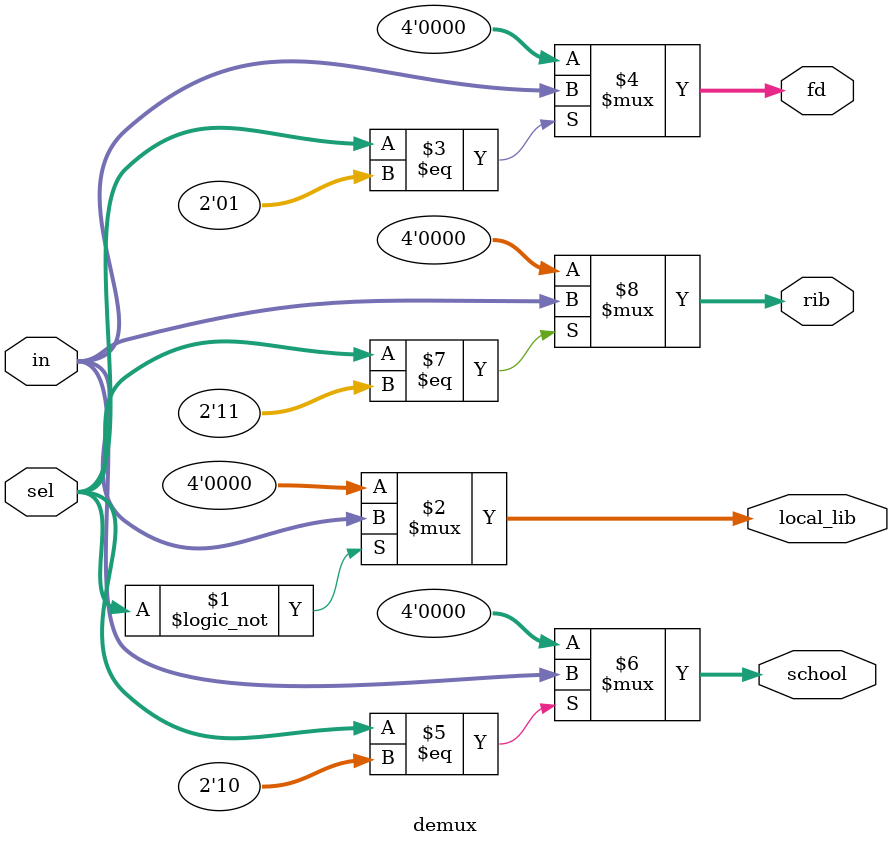
<source format=v>
module demux(
    input [3:0] in,
    input [1:0] sel,
    output [3:0] local_lib, fd, school, rib
    );
    
    assign local_lib = (sel == 2'b00) ? in : 4'b0;
    assign fd = (sel == 2'b01) ? in : 4'b0;
    assign school = (sel == 2'b10) ? in : 4'b0;
    assign rib = (sel == 2'b11) ? in : 4'b0;
    
    
endmodule

</source>
